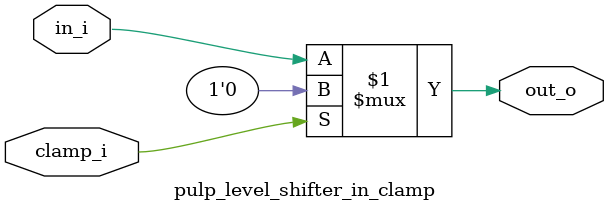
<source format=sv>

module pulp_level_shifter_in_clamp
(
    input  logic        in_i,
    output logic        out_o,
    input  logic        clamp_i
);

assign out_o = clamp_i ? 1'b0 : in_i;

endmodule

</source>
